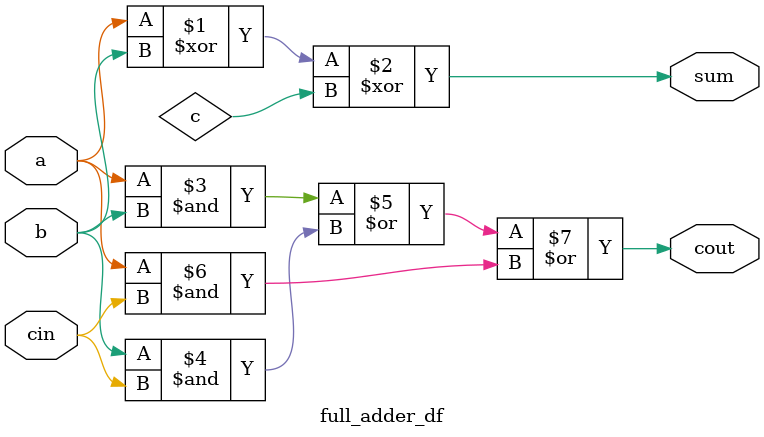
<source format=v>

module full_adder_df( a ,b , cin , sum , cout);
    
    input a , b , cin ;
    output sum , cout ;

    assign sum = a ^ b ^ c;
    assign cout = ( a & b ) | ( b & cin ) | ( a & cin );

endmodule
</source>
